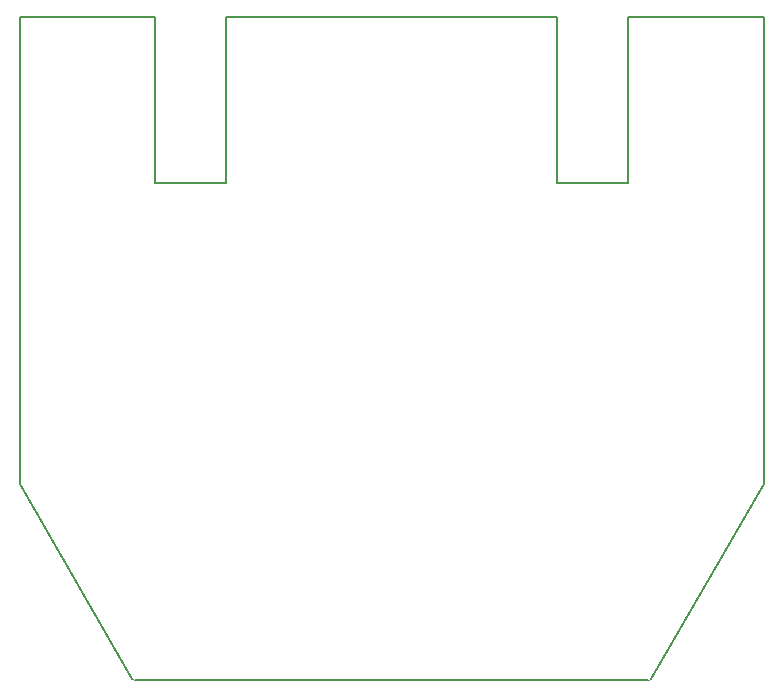
<source format=gbr>
G04 #@! TF.GenerationSoftware,KiCad,Pcbnew,(5.1.0-1252-g029b624e9)*
G04 #@! TF.CreationDate,2019-07-23T23:54:42+03:00*
G04 #@! TF.ProjectId,123,3132332e-6b69-4636-9164-5f7063625858,rev?*
G04 #@! TF.SameCoordinates,Original*
G04 #@! TF.FileFunction,Profile,NP*
%FSLAX46Y46*%
G04 Gerber Fmt 4.6, Leading zero omitted, Abs format (unit mm)*
G04 Created by KiCad (PCBNEW (5.1.0-1252-g029b624e9)) date 2019-07-23 23:54:42*
%MOMM*%
%LPD*%
G04 APERTURE LIST*
%ADD10C,0.150000*%
%ADD11C,0.120000*%
G04 APERTURE END LIST*
D10*
X87895000Y-46590000D02*
X115895000Y-46590000D01*
D11*
X123571000Y-102743000D02*
X123895000Y-102590000D01*
X80137000Y-102743000D02*
X79895000Y-102590000D01*
D10*
X123895000Y-102590000D02*
X133395000Y-86090000D01*
X79895000Y-102590000D02*
X70395000Y-86090000D01*
X123571000Y-102743000D02*
X80137000Y-102743000D01*
X70395000Y-46590000D02*
X70395000Y-86090000D01*
X133395000Y-46590000D02*
X133395000Y-86090000D01*
X70395000Y-46590000D02*
X81895000Y-46590000D01*
X87895000Y-60590000D02*
X87895000Y-46590000D01*
X81895000Y-60590000D02*
X87895000Y-60590000D01*
X81895000Y-46590000D02*
X81895000Y-60590000D01*
X121895000Y-46590000D02*
X133395000Y-46590000D01*
X121895000Y-60590000D02*
X121895000Y-46590000D01*
X115895000Y-60590000D02*
X121895000Y-60590000D01*
X115895000Y-46590000D02*
X115895000Y-60590000D01*
M02*

</source>
